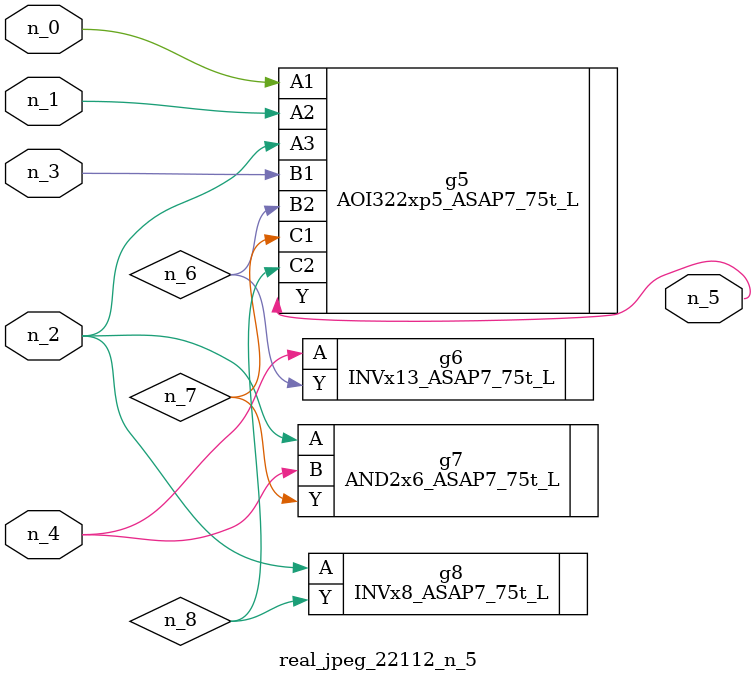
<source format=v>
module real_jpeg_22112_n_5 (n_4, n_0, n_1, n_2, n_3, n_5);

input n_4;
input n_0;
input n_1;
input n_2;
input n_3;

output n_5;

wire n_8;
wire n_6;
wire n_7;

AOI322xp5_ASAP7_75t_L g5 ( 
.A1(n_0),
.A2(n_1),
.A3(n_2),
.B1(n_3),
.B2(n_6),
.C1(n_7),
.C2(n_8),
.Y(n_5)
);

AND2x6_ASAP7_75t_L g7 ( 
.A(n_2),
.B(n_4),
.Y(n_7)
);

INVx8_ASAP7_75t_L g8 ( 
.A(n_2),
.Y(n_8)
);

INVx13_ASAP7_75t_L g6 ( 
.A(n_4),
.Y(n_6)
);


endmodule
</source>
